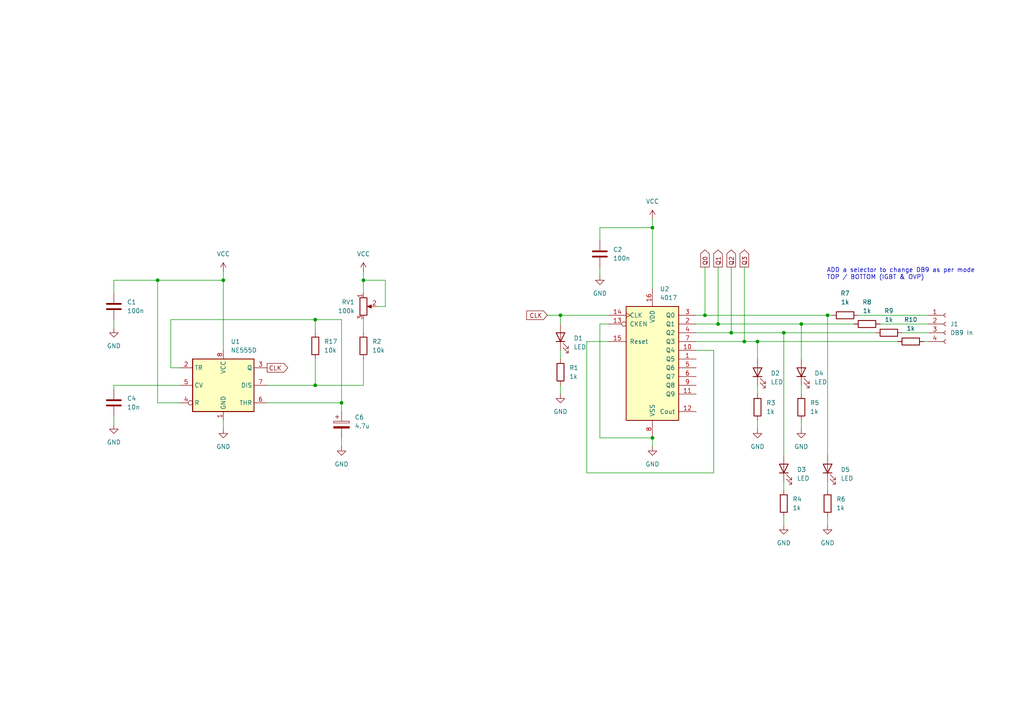
<source format=kicad_sch>
(kicad_sch (version 20250114) (generator "eeschema") (generator_version "9.0")
  (paper "A4")
  (title_block (title "PinCheck - 4 Pin Cable (LEMHAL)") (date "2025-08-27") (rev "Rev 1.0") (company "Igor Oliveira") (comment 1 "Continuity & Logic Test Circuit") (comment 2 "Decade Counter with pass/fail logic gates"))
  (lib_symbols
    (symbol "4xxx:4017" (pin_names (offset 1.016))
      (property "Reference" "U" (at -7.62 16.51 0))
      (property "Value" "4017" (at -7.62 -19.05 0))
      (symbol "4017_1_0"
        (pin input clock (at -12.7 12.7 0) (length 5.08) (name "CLK") (number "14"))
        (pin input inverted (at -12.7 10.16 0) (length 5.08) (name "CKEN") (number "13"))
        (pin input line (at -12.7 5.08 0) (length 5.08) (name "Reset") (number "15"))
        (pin power_in line (at 0 20.32 270) (length 5.08) (name "VDD") (number "16"))
        (pin power_in line (at 0 -22.86 90) (length 5.08) (name "VSS") (number "8"))
        (pin output line (at 12.7 12.7 180) (length 5.08) (name "Q0") (number "3"))
        (pin output line (at 12.7 10.16 180) (length 5.08) (name "Q1") (number "2"))
        (pin output line (at 12.7 7.62 180) (length 5.08) (name "Q2") (number "4"))
        (pin output line (at 12.7 5.08 180) (length 5.08) (name "Q3") (number "7"))
        (pin output line (at 12.7 2.54 180) (length 5.08) (name "Q4") (number "10"))
        (pin output line (at 12.7 0 180) (length 5.08) (name "Q5") (number "1"))
        (pin output line (at 12.7 -2.54 180) (length 5.08) (name "Q6") (number "5"))
        (pin output line (at 12.7 -5.08 180) (length 5.08) (name "Q7") (number "6"))
        (pin output line (at 12.7 -7.62 180) (length 5.08) (name "Q8") (number "9"))
        (pin output line (at 12.7 -10.16 180) (length 5.08) (name "Q9") (number "11"))
        (pin output line (at 12.7 -15.24 180) (length 5.08) (name "Cout") (number "12"))
      )
      (symbol "4017_1_1"
        (rectangle (start -7.62 15.24) (end 7.62 -17.78) (stroke (width 0.254)) (fill (type background)))
      )
    )
    (symbol "Connector:Conn_01x04_Socket" (pin_names (offset 1.016) (hide yes))
      (property "Reference" "J" (at 0 5.08 0))
      (property "Value" "Conn_01x04_Socket" (at 0 -7.62 0))
      (symbol "Conn_01x04_Socket_1_1"
        (polyline (pts (xy -1.27 2.54) (xy -0.508 2.54)) (stroke (width 0.1524)))
        (polyline (pts (xy -1.27 0) (xy -0.508 0)) (stroke (width 0.1524)))
        (polyline (pts (xy -1.27 -2.54) (xy -0.508 -2.54)) (stroke (width 0.1524)))
        (polyline (pts (xy -1.27 -5.08) (xy -0.508 -5.08)) (stroke (width 0.1524)))
        (arc (start 0 2.032) (mid -0.5058 2.54) (end 0 3.048) (stroke (width 0.1524)))
        (arc (start 0 -0.508) (mid -0.5058 0) (end 0 0.508) (stroke (width 0.1524)))
        (arc (start 0 -3.048) (mid -0.5058 -2.54) (end 0 -2.032) (stroke (width 0.1524)))
        (arc (start 0 -5.588) (mid -0.5058 -5.08) (end 0 -4.572) (stroke (width 0.1524)))
        (pin passive line (at -5.08 2.54 0) (length 3.81) (name "Pin_1") (number "1"))
        (pin passive line (at -5.08 0 0) (length 3.81) (name "Pin_2") (number "2"))
        (pin passive line (at -5.08 -2.54 0) (length 3.81) (name "Pin_3") (number "3"))
        (pin passive line (at -5.08 -5.08 0) (length 3.81) (name "Pin_4") (number "4"))
      )
    )
    (symbol "Device:C" (pin_numbers (hide yes)) (pin_names (offset 0.254))
      (property "Reference" "C" (at 0.635 2.54 0))
      (property "Value" "C" (at 0.635 -2.54 0))
      (symbol "C_0_1"
        (polyline (pts (xy -2.032 0.762) (xy 2.032 0.762)) (stroke (width 0.508)))
        (polyline (pts (xy -2.032 -0.762) (xy 2.032 -0.762)) (stroke (width 0.508)))
      )
      (symbol "C_1_1"
        (pin passive line (at 0 3.81 270) (length 2.794) (name "~") (number "1"))
        (pin passive line (at 0 -3.81 90) (length 2.794) (name "~") (number "2"))
      )
    )
    (symbol "Device:C_Polarized" (pin_numbers (hide yes)) (pin_names (offset 0.254))
      (property "Reference" "C" (at 0.635 2.54 0))
      (property "Value" "C_Polarized" (at 0.635 -2.54 0))
      (symbol "C_Polarized_0_1"
        (rectangle (start -2.286 0.508) (end 2.286 1.016))
        (polyline (pts (xy -1.778 2.286) (xy -0.762 2.286)))
        (polyline (pts (xy -1.27 2.794) (xy -1.27 1.778)))
        (rectangle (start 2.286 -0.508) (end -2.286 -1.016) (fill (type outline)))
      )
      (symbol "C_Polarized_1_1"
        (pin passive line (at 0 3.81 270) (length 2.794) (name "~") (number "1"))
        (pin passive line (at 0 -3.81 90) (length 2.794) (name "~") (number "2"))
      )
    )
    (symbol "Device:LED" (pin_numbers (hide yes)) (pin_names (offset 1.016) (hide yes))
      (property "Reference" "D" (at 0 2.54 0))
      (property "Value" "LED" (at 0 -2.54 0))
      (symbol "LED_0_1"
        (polyline (pts (xy -3.048 -0.762) (xy -4.572 -2.286) (xy -3.81 -2.286) (xy -4.572 -2.286) (xy -4.572 -1.524)))
        (polyline (pts (xy -1.778 -0.762) (xy -3.302 -2.286) (xy -2.54 -2.286) (xy -3.302 -2.286) (xy -3.302 -1.524)))
        (polyline (pts (xy -1.27 0) (xy 1.27 0)))
        (polyline (pts (xy -1.27 -1.27) (xy -1.27 1.27)) (stroke (width 0.254)))
        (polyline (pts (xy 1.27 -1.27) (xy 1.27 1.27) (xy -1.27 0) (xy 1.27 -1.27)) (stroke (width 0.254)))
      )
      (symbol "LED_1_1"
        (pin passive line (at -3.81 0 0) (length 2.54) (name "K") (number "1"))
        (pin passive line (at 3.81 0 180) (length 2.54) (name "A") (number "2"))
      )
    )
    (symbol "Device:R" (pin_numbers (hide yes)) (pin_names (offset 0))
      (property "Reference" "R" (at 2.032 0 90))
      (property "Value" "R" (at 0 0 90))
      (symbol "R_0_1"
        (rectangle (start -1.016 -2.54) (end 1.016 2.54) (stroke (width 0.254)))
      )
      (symbol "R_1_1"
        (pin passive line (at 0 3.81 270) (length 1.27) (name "~") (number "1"))
        (pin passive line (at 0 -3.81 90) (length 1.27) (name "~") (number "2"))
      )
    )
    (symbol "Device:R_Potentiometer" (pin_names (offset 1.016) (hide yes))
      (property "Reference" "RV" (at -4.445 0 90))
      (property "Value" "R_Potentiometer" (at -2.54 0 90))
      (symbol "R_Potentiometer_0_1"
        (rectangle (start 1.016 2.54) (end -1.016 -2.54) (stroke (width 0.254)))
        (polyline (pts (xy 1.143 0) (xy 2.286 0.508) (xy 2.286 -0.508) (xy 1.143 0)) (fill (type outline)))
        (polyline (pts (xy 2.54 0) (xy 1.524 0)))
      )
      (symbol "R_Potentiometer_1_1"
        (pin passive line (at 0 3.81 270) (length 1.27) (name "1") (number "1"))
        (pin passive line (at 0 -3.81 90) (length 1.27) (name "3") (number "3"))
        (pin passive line (at 3.81 0 180) (length 1.27) (name "2") (number "2"))
      )
    )
    (symbol "Timer:NE555D"
      (property "Reference" "U" (at -10.16 8.89 0))
      (property "Value" "NE555D" (at 2.54 8.89 0))
      (symbol "NE555D_0_0"
        (pin power_in line (at 0 10.16 270) (length 2.54) (name "VCC") (number "8"))
        (pin power_in line (at 0 -10.16 90) (length 2.54) (name "GND") (number "1"))
      )
      (symbol "NE555D_0_1"
        (rectangle (start -8.89 -7.62) (end 8.89 7.62) (stroke (width 0.254)) (fill (type background)))
        (rectangle (start -8.89 -7.62) (end 8.89 7.62) (stroke (width 0.254)) (fill (type background)))
      )
      (symbol "NE555D_1_1"
        (pin input line (at -12.7 5.08 0) (length 3.81) (name "TR") (number "2"))
        (pin input line (at -12.7 0 0) (length 3.81) (name "CV") (number "5"))
        (pin input inverted (at -12.7 -5.08 0) (length 3.81) (name "R") (number "4"))
        (pin output line (at 12.7 5.08 180) (length 3.81) (name "Q") (number "3"))
        (pin input line (at 12.7 0 180) (length 3.81) (name "DIS") (number "7"))
        (pin input line (at 12.7 -5.08 180) (length 3.81) (name "THR") (number "6"))
      )
    )
    (symbol "power:GND" (power) (pin_numbers (hide yes)) (pin_names (offset 0) (hide yes))
      (property "Value" "GND" (at 0 -3.81 0))
      (symbol "GND_0_1"
        (polyline (pts (xy 0 0) (xy 0 -1.27) (xy 1.27 -1.27) (xy 0 -2.54) (xy -1.27 -1.27) (xy 0 -1.27)))
      )
      (symbol "GND_1_1"
        (pin power_in line (at 0 0 270) (length 0) (name "~") (number "1"))
      )
    )
    (symbol "power:VCC" (power) (pin_numbers (hide yes)) (pin_names (offset 0) (hide yes))
      (property "Value" "VCC" (at 0 3.556 0))
      (symbol "VCC_0_1"
        (polyline (pts (xy -0.762 1.27) (xy 0 2.54)))
        (polyline (pts (xy 0 2.54) (xy 0.762 1.27)))
        (polyline (pts (xy 0 0) (xy 0 2.54)))
      )
      (symbol "VCC_1_1"
        (pin power_in line (at 0 0 90) (length 0) (name "~") (number "1"))
      )
    )
  )
  (text "ADD a selector to change DB9 as per mode\nTOP / BOTTOM (IGBT & OVP)" (at 239.776 79.502 0) (effects (font (size 1.27 1.27)) (justify left)))
  (junction (at 212.09 96.52))
  (junction (at 91.44 111.76))
  (junction (at 240.03 91.44))
  (junction (at 204.47 91.44))
  (junction (at 219.71 99.06))
  (junction (at 45.72 81.28))
  (junction (at 232.41 93.98))
  (junction (at 91.44 92.71))
  (junction (at 99.06 116.84))
  (junction (at 227.33 96.52))
  (junction (at 208.28 93.98))
  (junction (at 105.41 81.28))
  (junction (at 189.23 66.04))
  (junction (at 189.23 127))
  (junction (at 162.56 91.44))
  (junction (at 64.77 81.28))
  (junction (at 215.9 99.06))
  (wire (pts (xy 105.41 111.76) (xy 91.44 111.76)))
  (wire (pts (xy 204.47 77.47) (xy 204.47 91.44)))
  (wire (pts (xy 208.28 93.98) (xy 232.41 93.98)))
  (wire (pts (xy 52.07 106.68) (xy 49.53 106.68)))
  (wire (pts (xy 111.76 81.28) (xy 105.41 81.28)))
  (wire (pts (xy 207.01 137.16) (xy 207.01 101.6)))
  (wire (pts (xy 227.33 96.52) (xy 254 96.52)))
  (wire (pts (xy 173.99 127) (xy 189.23 127)))
  (wire (pts (xy 269.24 99.06) (xy 267.97 99.06)))
  (wire (pts (xy 219.71 99.06) (xy 260.35 99.06)))
  (wire (pts (xy 269.24 93.98) (xy 255.27 93.98)))
  (wire (pts (xy 215.9 77.47) (xy 215.9 99.06)))
  (wire (pts (xy 201.93 93.98) (xy 208.28 93.98)))
  (wire (pts (xy 170.18 99.06) (xy 176.53 99.06)))
  (wire (pts (xy 109.22 88.9) (xy 111.76 88.9)))
  (wire (pts (xy 227.33 96.52) (xy 227.33 132.08)))
  (wire (pts (xy 241.3 91.44) (xy 240.03 91.44)))
  (wire (pts (xy 269.24 96.52) (xy 261.62 96.52)))
  (wire (pts (xy 99.06 92.71) (xy 99.06 116.84)))
  (wire (pts (xy 105.41 81.28) (xy 105.41 85.09)))
  (wire (pts (xy 173.99 93.98) (xy 176.53 93.98)))
  (wire (pts (xy 111.76 88.9) (xy 111.76 81.28)))
  (wire (pts (xy 219.71 114.3) (xy 219.71 111.76)))
  (wire (pts (xy 162.56 91.44) (xy 176.53 91.44)))
  (wire (pts (xy 219.71 99.06) (xy 219.71 104.14)))
  (wire (pts (xy 240.03 91.44) (xy 240.03 132.08)))
  (wire (pts (xy 77.47 111.76) (xy 91.44 111.76)))
  (wire (pts (xy 201.93 91.44) (xy 204.47 91.44)))
  (wire (pts (xy 212.09 96.52) (xy 227.33 96.52)))
  (wire (pts (xy 204.47 91.44) (xy 240.03 91.44)))
  (wire (pts (xy 232.41 124.46) (xy 232.41 121.92)))
  (wire (pts (xy 33.02 111.76) (xy 33.02 113.03)))
  (wire (pts (xy 33.02 95.25) (xy 33.02 92.71)))
  (wire (pts (xy 227.33 152.4) (xy 227.33 149.86)))
  (wire (pts (xy 189.23 66.04) (xy 173.99 66.04)))
  (wire (pts (xy 49.53 92.71) (xy 91.44 92.71)))
  (wire (pts (xy 64.77 81.28) (xy 45.72 81.28)))
  (wire (pts (xy 52.07 116.84) (xy 45.72 116.84)))
  (wire (pts (xy 173.99 80.01) (xy 173.99 77.47)))
  (wire (pts (xy 158.75 91.44) (xy 162.56 91.44)))
  (wire (pts (xy 240.03 142.24) (xy 240.03 139.7)))
  (wire (pts (xy 64.77 124.46) (xy 64.77 121.92)))
  (wire (pts (xy 201.93 99.06) (xy 215.9 99.06)))
  (wire (pts (xy 105.41 104.14) (xy 105.41 111.76)))
  (wire (pts (xy 162.56 114.3) (xy 162.56 111.76)))
  (wire (pts (xy 170.18 99.06) (xy 170.18 137.16)))
  (wire (pts (xy 99.06 116.84) (xy 99.06 119.38)))
  (wire (pts (xy 189.23 129.54) (xy 189.23 127)))
  (wire (pts (xy 208.28 77.47) (xy 208.28 93.98)))
  (wire (pts (xy 52.07 111.76) (xy 33.02 111.76)))
  (wire (pts (xy 189.23 83.82) (xy 189.23 66.04)))
  (wire (pts (xy 33.02 81.28) (xy 33.02 85.09)))
  (wire (pts (xy 33.02 123.19) (xy 33.02 120.65)))
  (wire (pts (xy 49.53 106.68) (xy 49.53 92.71)))
  (wire (pts (xy 232.41 93.98) (xy 232.41 104.14)))
  (wire (pts (xy 45.72 81.28) (xy 33.02 81.28)))
  (wire (pts (xy 45.72 81.28) (xy 45.72 116.84)))
  (wire (pts (xy 91.44 96.52) (xy 91.44 92.71)))
  (wire (pts (xy 105.41 92.71) (xy 105.41 96.52)))
  (wire (pts (xy 162.56 104.14) (xy 162.56 101.6)))
  (wire (pts (xy 232.41 93.98) (xy 247.65 93.98)))
  (wire (pts (xy 170.18 137.16) (xy 207.01 137.16)))
  (wire (pts (xy 189.23 63.5) (xy 189.23 66.04)))
  (wire (pts (xy 173.99 127) (xy 173.99 93.98)))
  (wire (pts (xy 232.41 114.3) (xy 232.41 111.76)))
  (wire (pts (xy 64.77 101.6) (xy 64.77 81.28)))
  (wire (pts (xy 162.56 91.44) (xy 162.56 93.98)))
  (wire (pts (xy 77.47 116.84) (xy 99.06 116.84)))
  (wire (pts (xy 215.9 99.06) (xy 219.71 99.06)))
  (wire (pts (xy 173.99 66.04) (xy 173.99 69.85)))
  (wire (pts (xy 105.41 78.74) (xy 105.41 81.28)))
  (wire (pts (xy 207.01 101.6) (xy 201.93 101.6)))
  (wire (pts (xy 64.77 78.74) (xy 64.77 81.28)))
  (wire (pts (xy 240.03 152.4) (xy 240.03 149.86)))
  (wire (pts (xy 91.44 92.71) (xy 99.06 92.71)))
  (wire (pts (xy 227.33 142.24) (xy 227.33 139.7)))
  (wire (pts (xy 91.44 104.14) (xy 91.44 111.76)))
  (wire (pts (xy 269.24 91.44) (xy 248.92 91.44)))
  (wire (pts (xy 219.71 124.46) (xy 219.71 121.92)))
  (wire (pts (xy 99.06 129.54) (xy 99.06 127)))
  (wire (pts (xy 201.93 96.52) (xy 212.09 96.52)))
  (wire (pts (xy 212.09 77.47) (xy 212.09 96.52)))
  (global_label "Q3" (shape output) (at 215.9 77.47 90) (property "Intersheetrefs" "${INTERSHEET_REFS}" (effects (hide yes))))
  (global_label "Q2" (shape output) (at 212.09 77.47 90) (property "Intersheetrefs" "${INTERSHEET_REFS}" (effects (hide yes))))
  (global_label "CLK" (shape input) (at 158.75 91.44 180) (property "Intersheetrefs" "${INTERSHEET_REFS}" (effects (hide yes))))
  (global_label "CLK" (shape output) (at 77.47 106.68 0) (property "Intersheetrefs" "${INTERSHEET_REFS}" (effects (hide yes))))
  (global_label "Q1" (shape output) (at 208.28 77.47 90) (property "Intersheetrefs" "${INTERSHEET_REFS}" (effects (hide yes))))
  (global_label "Q0" (shape output) (at 204.47 77.47 90) (property "Intersheetrefs" "${INTERSHEET_REFS}" (effects (hide yes))))
  (symbol (lib_id "Connector:Conn_01x04_Socket") (at 274.32 93.98 0) (unit 1)
    (property "Reference" "J1" (at 275.59 93.9799 0) (effects (justify left)))
    (property "Value" "DB9 In" (at 275.59 96.5199 0) (effects (justify left)))
    (property "Description" "Generic connector, single row, 01x04, script generated" (effects (hide yes)))
  )
  (symbol (lib_id "power:GND") (at 99.06 129.54 0) (unit 1)
    (property "Reference" "#PWR09" (effects (hide yes)))
    (property "Value" "GND" (at 99.06 134.62 0))
    (property "Description" "Power symbol creates a global label with name \"GND\" , ground" (effects (hide yes)))
  )
  (symbol (lib_id "Device:LED") (at 162.56 97.79 90) (unit 1)
    (property "Reference" "D1" (at 166.37 98.1074 90) (effects (justify right)))
    (property "Value" "LED" (at 166.37 100.6474 90) (effects (justify right)))
    (property "Description" "Light emitting diode" (effects (hide yes)))
    (property "Sim.Pins" "1=K 2=A" (effects (hide yes)))
  )
  (symbol (lib_id "Device:LED") (at 240.03 135.89 90) (unit 1)
    (property "Reference" "D5" (at 243.84 136.2074 90) (effects (justify right)))
    (property "Value" "LED" (at 243.84 138.7474 90) (effects (justify right)))
    (property "Description" "Light emitting diode" (effects (hide yes)))
    (property "Sim.Pins" "1=K 2=A" (effects (hide yes)))
  )
  (symbol (lib_id "Device:C") (at 33.02 88.9 0) (unit 1)
    (property "Reference" "C1" (at 36.83 87.6299 0) (effects (justify left)))
    (property "Value" "100n" (at 36.83 90.1699 0) (effects (justify left)))
    (property "Description" "Unpolarized capacitor" (effects (hide yes)))
  )
  (symbol (lib_id "Device:C") (at 33.02 116.84 0) (unit 1)
    (property "Reference" "C4" (at 36.83 115.5699 0) (effects (justify left)))
    (property "Value" "10n" (at 36.83 118.1099 0) (effects (justify left)))
    (property "Description" "Unpolarized capacitor" (effects (hide yes)))
  )
  (symbol (lib_id "power:VCC") (at 105.41 78.74 0) (unit 1)
    (property "Reference" "#PWR013" (effects (hide yes)))
    (property "Value" "VCC" (at 105.41 73.66 0))
    (property "Description" "Power symbol creates a global label with name \"VCC\"" (effects (hide yes)))
  )
  (symbol (lib_id "Timer:NE555D") (at 64.77 111.76 0) (unit 1)
    (property "Reference" "U1" (at 66.9133 99.06 0) (effects (justify left)))
    (property "Value" "NE555D" (at 66.9133 101.6 0) (effects (justify left)))
    (property "Footprint" "Package_SO:SOIC-8_3.9x4.9mm_P1.27mm" (effects (hide yes)))
    (property "Datasheet" "http://www.ti.com/lit/ds/symlink/ne555.pdf" (effects (hide yes)))
    (property "Description" "Precision Timers, 555 compatible, SOIC-8" (effects (hide yes)))
  )
  (symbol (lib_id "Device:R") (at 257.81 96.52 90) (unit 1)
    (property "Reference" "R9" (at 257.81 90.17 90))
    (property "Value" "1k" (at 257.81 92.71 90))
    (property "Description" "Resistor" (effects (hide yes)))
  )
  (symbol (lib_id "power:GND") (at 173.99 80.01 0) (unit 1)
    (property "Reference" "#PWR04" (effects (hide yes)))
    (property "Value" "GND" (at 173.99 85.09 0))
    (property "Description" "Power symbol creates a global label with name \"GND\" , ground" (effects (hide yes)))
  )
  (symbol (lib_id "Device:LED") (at 232.41 107.95 90) (unit 1)
    (property "Reference" "D4" (at 236.22 108.2674 90) (effects (justify right)))
    (property "Value" "LED" (at 236.22 110.8074 90) (effects (justify right)))
    (property "Description" "Light emitting diode" (effects (hide yes)))
    (property "Sim.Pins" "1=K 2=A" (effects (hide yes)))
  )
  (symbol (lib_id "Device:R") (at 162.56 107.95 0) (unit 1)
    (property "Reference" "R1" (at 165.1 106.6799 0) (effects (justify left)))
    (property "Value" "1k" (at 165.1 109.2199 0) (effects (justify left)))
    (property "Description" "Resistor" (effects (hide yes)))
  )
  (symbol (lib_id "Device:R") (at 227.33 146.05 0) (unit 1)
    (property "Reference" "R4" (at 229.87 144.7799 0) (effects (justify left)))
    (property "Value" "1k" (at 229.87 147.3199 0) (effects (justify left)))
    (property "Description" "Resistor" (effects (hide yes)))
  )
  (symbol (lib_id "power:VCC") (at 189.23 63.5 0) (unit 1)
    (property "Reference" "#PWR012" (effects (hide yes)))
    (property "Value" "VCC" (at 189.23 58.42 0))
    (property "Description" "Power symbol creates a global label with name \"VCC\"" (effects (hide yes)))
  )
  (symbol (lib_id "Device:C_Polarized") (at 99.06 123.19 0) (unit 1)
    (property "Reference" "C6" (at 102.87 121.0309 0) (effects (justify left)))
    (property "Value" "4.7u" (at 102.87 123.5709 0) (effects (justify left)))
    (property "Description" "Polarized capacitor" (effects (hide yes)))
  )
  (symbol (lib_id "power:GND") (at 64.77 124.46 0) (unit 1)
    (property "Reference" "#PWR02" (effects (hide yes)))
    (property "Value" "GND" (at 64.77 129.54 0))
    (property "Description" "Power symbol creates a global label with name \"GND\" , ground" (effects (hide yes)))
  )
  (symbol (lib_id "Device:R") (at 219.71 118.11 0) (unit 1)
    (property "Reference" "R3" (at 222.25 116.8399 0) (effects (justify left)))
    (property "Value" "1k" (at 222.25 119.3799 0) (effects (justify left)))
    (property "Description" "Resistor" (effects (hide yes)))
  )
  (symbol (lib_id "power:GND") (at 189.23 129.54 0) (unit 1)
    (property "Reference" "#PWR03" (effects (hide yes)))
    (property "Value" "GND" (at 189.23 134.62 0))
    (property "Description" "Power symbol creates a global label with name \"GND\" , ground" (effects (hide yes)))
  )
  (symbol (lib_id "Device:R") (at 105.41 100.33 0) (unit 1)
    (property "Reference" "R2" (at 107.95 99.0599 0) (effects (justify left)))
    (property "Value" "10k" (at 107.95 101.5999 0) (effects (justify left)))
    (property "Description" "Resistor" (effects (hide yes)))
  )
  (symbol (lib_id "power:GND") (at 33.02 123.19 0) (unit 1)
    (property "Reference" "#PWR07" (effects (hide yes)))
    (property "Value" "GND" (at 33.02 128.27 0))
    (property "Description" "Power symbol creates a global label with name \"GND\" , ground" (effects (hide yes)))
  )
  (symbol (lib_id "power:GND") (at 240.03 152.4 0) (unit 1)
    (property "Reference" "#PWR018" (effects (hide yes)))
    (property "Value" "GND" (at 240.03 157.48 0))
    (property "Description" "Power symbol creates a global label with name \"GND\" , ground" (effects (hide yes)))
  )
  (symbol (lib_id "Device:R") (at 264.16 99.06 90) (unit 1)
    (property "Reference" "R10" (at 264.16 92.71 90))
    (property "Value" "1k" (at 264.16 95.25 90))
    (property "Description" "Resistor" (effects (hide yes)))
  )
  (symbol (lib_id "power:GND") (at 232.41 124.46 0) (unit 1)
    (property "Reference" "#PWR017" (effects (hide yes)))
    (property "Value" "GND" (at 232.41 129.54 0))
    (property "Description" "Power symbol creates a global label with name \"GND\" , ground" (effects (hide yes)))
  )
  (symbol (lib_id "power:GND") (at 162.56 114.3 0) (unit 1)
    (property "Reference" "#PWR08" (effects (hide yes)))
    (property "Value" "GND" (at 162.56 119.38 0))
    (property "Description" "Power symbol creates a global label with name \"GND\" , ground" (effects (hide yes)))
  )
  (symbol (lib_id "power:GND") (at 227.33 152.4 0) (unit 1)
    (property "Reference" "#PWR016" (effects (hide yes)))
    (property "Value" "GND" (at 227.33 157.48 0))
    (property "Description" "Power symbol creates a global label with name \"GND\" , ground" (effects (hide yes)))
  )
  (symbol (lib_id "Device:LED") (at 219.71 107.95 90) (unit 1)
    (property "Reference" "D2" (at 223.52 108.2674 90) (effects (justify right)))
    (property "Value" "LED" (at 223.52 110.8074 90) (effects (justify right)))
    (property "Description" "Light emitting diode" (effects (hide yes)))
    (property "Sim.Pins" "1=K 2=A" (effects (hide yes)))
  )
  (symbol (lib_id "Device:R") (at 245.11 91.44 90) (unit 1)
    (property "Reference" "R7" (at 245.11 85.09 90))
    (property "Value" "1k" (at 245.11 87.63 90))
    (property "Description" "Resistor" (effects (hide yes)))
  )
  (symbol (lib_id "power:GND") (at 219.71 124.46 0) (unit 1)
    (property "Reference" "#PWR015" (effects (hide yes)))
    (property "Value" "GND" (at 219.71 129.54 0))
    (property "Description" "Power symbol creates a global label with name \"GND\" , ground" (effects (hide yes)))
  )
  (symbol (lib_id "Device:R") (at 232.41 118.11 0) (unit 1)
    (property "Reference" "R5" (at 234.95 116.8399 0) (effects (justify left)))
    (property "Value" "1k" (at 234.95 119.3799 0) (effects (justify left)))
    (property "Description" "Resistor" (effects (hide yes)))
  )
  (symbol (lib_id "power:GND") (at 33.02 95.25 0) (unit 1)
    (property "Reference" "#PWR01" (effects (hide yes)))
    (property "Value" "GND" (at 33.02 100.33 0))
    (property "Description" "Power symbol creates a global label with name \"GND\" , ground" (effects (hide yes)))
  )
  (symbol (lib_id "Device:R_Potentiometer") (at 105.41 88.9 0) (unit 1)
    (property "Reference" "RV1" (at 102.87 87.6299 0) (effects (justify right)))
    (property "Value" "100k" (at 102.87 90.1699 0) (effects (justify right)))
    (property "Description" "Potentiometer" (effects (hide yes)))
  )
  (symbol (lib_id "Device:R") (at 251.46 93.98 90) (unit 1)
    (property "Reference" "R8" (at 251.46 87.63 90))
    (property "Value" "1k" (at 251.46 90.17 90))
    (property "Description" "Resistor" (effects (hide yes)))
  )
  (symbol (lib_id "power:VCC") (at 64.77 78.74 0) (unit 1)
    (property "Reference" "#PWR010" (effects (hide yes)))
    (property "Value" "VCC" (at 64.77 73.66 0))
    (property "Description" "Power symbol creates a global label with name \"VCC\"" (effects (hide yes)))
  )
  (symbol (lib_id "Device:LED") (at 227.33 135.89 90) (unit 1)
    (property "Reference" "D3" (at 231.14 136.2074 90) (effects (justify right)))
    (property "Value" "LED" (at 231.14 138.7474 90) (effects (justify right)))
    (property "Description" "Light emitting diode" (effects (hide yes)))
    (property "Sim.Pins" "1=K 2=A" (effects (hide yes)))
  )
  (symbol (lib_id "Device:R") (at 91.44 100.33 0) (unit 1)
    (property "Reference" "R17" (at 93.98 99.0599 0) (effects (justify left)))
    (property "Value" "10k" (at 93.98 101.5999 0) (effects (justify left)))
    (property "Description" "Resistor" (effects (hide yes)))
  )
  (symbol (lib_id "Device:C") (at 173.99 73.66 0) (unit 1)
    (property "Reference" "C2" (at 177.8 72.3899 0) (effects (justify left)))
    (property "Value" "100n" (at 177.8 74.9299 0) (effects (justify left)))
    (property "Description" "Unpolarized capacitor" (effects (hide yes)))
  )
  (symbol (lib_id "Device:R") (at 240.03 146.05 0) (unit 1)
    (property "Reference" "R6" (at 242.57 144.7799 0) (effects (justify left)))
    (property "Value" "1k" (at 242.57 147.3199 0) (effects (justify left)))
    (property "Description" "Resistor" (effects (hide yes)))
  )
  (symbol (lib_id "4xxx:4017") (at 189.23 104.14 0) (unit 1)
    (property "Reference" "U2" (at 191.3733 83.82 0) (effects (justify left)))
    (property "Value" "4017" (at 191.3733 86.36 0) (effects (justify left)))
    (property "Datasheet" "http://www.intersil.com/content/dam/Intersil/documents/cd40/cd4017bms-22bms.pdf" (effects (hide yes)))
    (property "Description" "Johnson Counter ( 10 outputs )" (effects (hide yes)))
  )
)
</source>
